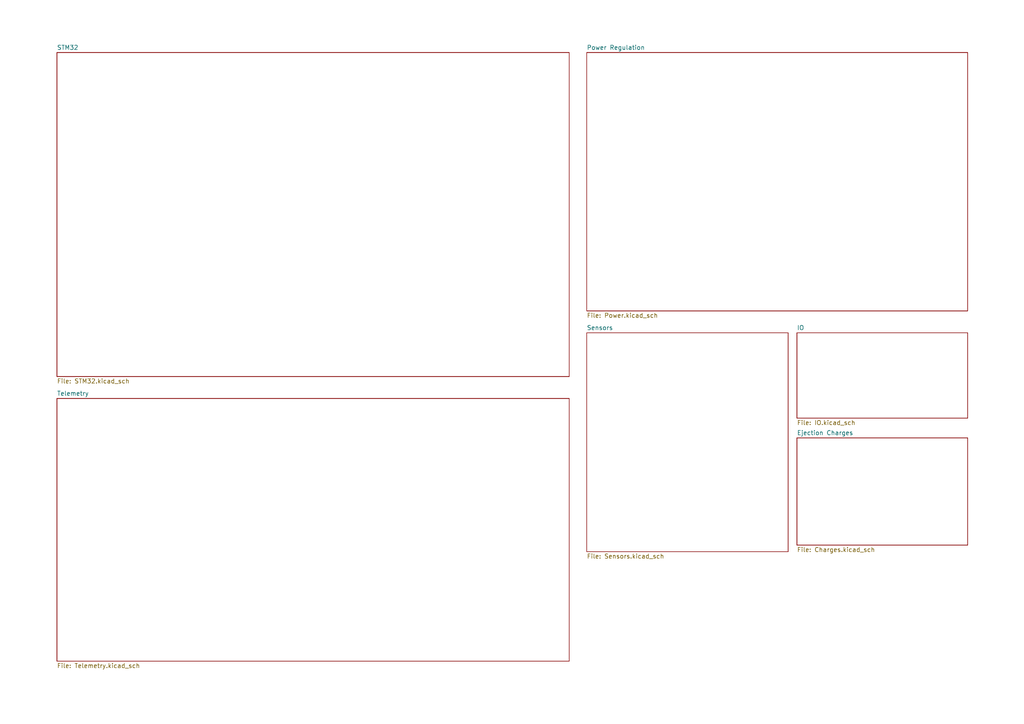
<source format=kicad_sch>
(kicad_sch
	(version 20231120)
	(generator "eeschema")
	(generator_version "8.0")
	(uuid "3eaebd91-5a76-469f-9e30-3d62ffb5c6ad")
	(paper "A4")
	(lib_symbols)
	(sheet
		(at 16.51 115.57)
		(size 148.59 76.2)
		(fields_autoplaced yes)
		(stroke
			(width 0.1524)
			(type solid)
		)
		(fill
			(color 0 0 0 0.0000)
		)
		(uuid "1d8d5137-501b-4367-a7f6-d7a9f8d647c4")
		(property "Sheetname" "Telemetry"
			(at 16.51 114.8584 0)
			(effects
				(font
					(size 1.27 1.27)
				)
				(justify left bottom)
			)
		)
		(property "Sheetfile" "Telemetry.kicad_sch"
			(at 16.51 192.3546 0)
			(effects
				(font
					(size 1.27 1.27)
				)
				(justify left top)
			)
		)
		(instances
			(project "Vanguard_V2"
				(path "/3eaebd91-5a76-469f-9e30-3d62ffb5c6ad"
					(page "6")
				)
			)
		)
	)
	(sheet
		(at 231.14 96.52)
		(size 49.53 24.765)
		(fields_autoplaced yes)
		(stroke
			(width 0.1524)
			(type solid)
		)
		(fill
			(color 0 0 0 0.0000)
		)
		(uuid "31da0839-9e2a-4a7e-9add-8513087e4543")
		(property "Sheetname" "IO"
			(at 231.14 95.8084 0)
			(effects
				(font
					(size 1.27 1.27)
				)
				(justify left bottom)
			)
		)
		(property "Sheetfile" "IO.kicad_sch"
			(at 231.14 121.8696 0)
			(effects
				(font
					(size 1.27 1.27)
				)
				(justify left top)
			)
		)
		(instances
			(project "Vanguard_V2"
				(path "/3eaebd91-5a76-469f-9e30-3d62ffb5c6ad"
					(page "5")
				)
			)
		)
	)
	(sheet
		(at 170.18 96.52)
		(size 58.42 63.5)
		(fields_autoplaced yes)
		(stroke
			(width 0.1524)
			(type solid)
		)
		(fill
			(color 0 0 0 0.0000)
		)
		(uuid "3fe83357-6c53-4f1f-b41b-54e8ba2f9ff3")
		(property "Sheetname" "Sensors"
			(at 170.18 95.8084 0)
			(effects
				(font
					(size 1.27 1.27)
				)
				(justify left bottom)
			)
		)
		(property "Sheetfile" "Sensors.kicad_sch"
			(at 170.18 160.6046 0)
			(effects
				(font
					(size 1.27 1.27)
				)
				(justify left top)
			)
		)
		(instances
			(project "Vanguard_V2"
				(path "/3eaebd91-5a76-469f-9e30-3d62ffb5c6ad"
					(page "4")
				)
			)
		)
	)
	(sheet
		(at 231.14 127)
		(size 49.53 31.115)
		(fields_autoplaced yes)
		(stroke
			(width 0.1524)
			(type solid)
		)
		(fill
			(color 0 0 0 0.0000)
		)
		(uuid "43e62e4c-994d-4874-9cda-91dbccc106c7")
		(property "Sheetname" "Ejection Charges"
			(at 231.14 126.2884 0)
			(effects
				(font
					(size 1.27 1.27)
				)
				(justify left bottom)
			)
		)
		(property "Sheetfile" "Charges.kicad_sch"
			(at 231.14 158.6996 0)
			(effects
				(font
					(size 1.27 1.27)
				)
				(justify left top)
			)
		)
		(instances
			(project "Vanguard_V2"
				(path "/3eaebd91-5a76-469f-9e30-3d62ffb5c6ad"
					(page "7")
				)
			)
		)
	)
	(sheet
		(at 170.18 15.24)
		(size 110.49 74.93)
		(fields_autoplaced yes)
		(stroke
			(width 0.1524)
			(type solid)
		)
		(fill
			(color 0 0 0 0.0000)
		)
		(uuid "c67d1c2e-72d0-4ad4-991f-b7f5e77954db")
		(property "Sheetname" "Power Regulation"
			(at 170.18 14.5284 0)
			(effects
				(font
					(size 1.27 1.27)
				)
				(justify left bottom)
			)
		)
		(property "Sheetfile" "Power.kicad_sch"
			(at 170.18 90.7546 0)
			(effects
				(font
					(size 1.27 1.27)
				)
				(justify left top)
			)
		)
		(instances
			(project "Vanguard_V2"
				(path "/3eaebd91-5a76-469f-9e30-3d62ffb5c6ad"
					(page "3")
				)
			)
		)
	)
	(sheet
		(at 16.51 15.24)
		(size 148.59 93.98)
		(fields_autoplaced yes)
		(stroke
			(width 0.1524)
			(type solid)
		)
		(fill
			(color 0 0 0 0.0000)
		)
		(uuid "d41bd71c-bb0d-41d0-a3ff-df7dc9487913")
		(property "Sheetname" "STM32"
			(at 16.51 14.5284 0)
			(effects
				(font
					(size 1.27 1.27)
				)
				(justify left bottom)
			)
		)
		(property "Sheetfile" "STM32.kicad_sch"
			(at 16.51 109.8046 0)
			(effects
				(font
					(size 1.27 1.27)
				)
				(justify left top)
			)
		)
		(instances
			(project "Vanguard_V2"
				(path "/3eaebd91-5a76-469f-9e30-3d62ffb5c6ad"
					(page "2")
				)
			)
		)
	)
	(sheet_instances
		(path "/"
			(page "1")
		)
	)
)

</source>
